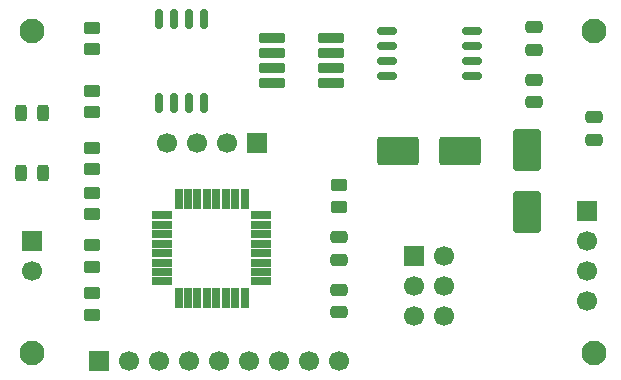
<source format=gts>
%TF.GenerationSoftware,KiCad,Pcbnew,9.0.2*%
%TF.CreationDate,2025-08-31T01:54:14-04:00*%
%TF.ProjectId,MCU_Datalogger,4d43555f-4461-4746-916c-6f676765722e,1*%
%TF.SameCoordinates,Original*%
%TF.FileFunction,Soldermask,Top*%
%TF.FilePolarity,Negative*%
%FSLAX46Y46*%
G04 Gerber Fmt 4.6, Leading zero omitted, Abs format (unit mm)*
G04 Created by KiCad (PCBNEW 9.0.2) date 2025-08-31 01:54:14*
%MOMM*%
%LPD*%
G01*
G04 APERTURE LIST*
G04 Aperture macros list*
%AMRoundRect*
0 Rectangle with rounded corners*
0 $1 Rounding radius*
0 $2 $3 $4 $5 $6 $7 $8 $9 X,Y pos of 4 corners*
0 Add a 4 corners polygon primitive as box body*
4,1,4,$2,$3,$4,$5,$6,$7,$8,$9,$2,$3,0*
0 Add four circle primitives for the rounded corners*
1,1,$1+$1,$2,$3*
1,1,$1+$1,$4,$5*
1,1,$1+$1,$6,$7*
1,1,$1+$1,$8,$9*
0 Add four rect primitives between the rounded corners*
20,1,$1+$1,$2,$3,$4,$5,0*
20,1,$1+$1,$4,$5,$6,$7,0*
20,1,$1+$1,$6,$7,$8,$9,0*
20,1,$1+$1,$8,$9,$2,$3,0*%
G04 Aperture macros list end*
%ADD10C,1.700000*%
%ADD11R,1.700000X1.700000*%
%ADD12RoundRect,0.250000X0.475000X-0.250000X0.475000X0.250000X-0.475000X0.250000X-0.475000X-0.250000X0*%
%ADD13C,2.100000*%
%ADD14RoundRect,0.250000X-0.475000X0.250000X-0.475000X-0.250000X0.475000X-0.250000X0.475000X0.250000X0*%
%ADD15RoundRect,0.243750X0.243750X0.456250X-0.243750X0.456250X-0.243750X-0.456250X0.243750X-0.456250X0*%
%ADD16RoundRect,0.250001X0.949999X-1.499999X0.949999X1.499999X-0.949999X1.499999X-0.949999X-1.499999X0*%
%ADD17RoundRect,0.250001X1.499999X0.949999X-1.499999X0.949999X-1.499999X-0.949999X1.499999X-0.949999X0*%
%ADD18RoundRect,0.094250X-0.282750X-0.742750X0.282750X-0.742750X0.282750X0.742750X-0.282750X0.742750X0*%
%ADD19RoundRect,0.094250X-0.742750X-0.282750X0.742750X-0.282750X0.742750X0.282750X-0.742750X0.282750X0*%
%ADD20RoundRect,0.162500X0.162500X-0.650000X0.162500X0.650000X-0.162500X0.650000X-0.162500X-0.650000X0*%
%ADD21RoundRect,0.250000X-0.450000X0.262500X-0.450000X-0.262500X0.450000X-0.262500X0.450000X0.262500X0*%
%ADD22RoundRect,0.250000X0.450000X-0.262500X0.450000X0.262500X-0.450000X0.262500X-0.450000X-0.262500X0*%
%ADD23RoundRect,0.243750X-0.243750X-0.456250X0.243750X-0.456250X0.243750X0.456250X-0.243750X0.456250X0*%
%ADD24RoundRect,0.162500X0.650000X0.162500X-0.650000X0.162500X-0.650000X-0.162500X0.650000X-0.162500X0*%
%ADD25RoundRect,0.099250X0.987750X0.297750X-0.987750X0.297750X-0.987750X-0.297750X0.987750X-0.297750X0*%
G04 APERTURE END LIST*
D10*
%TO.C,J2*%
X105410000Y-116840000D03*
X107950000Y-116840000D03*
X110490000Y-116840000D03*
D11*
X113030000Y-116840000D03*
%TD*%
D12*
%TO.C,C2*%
X141605000Y-114620000D03*
X141605000Y-116520000D03*
%TD*%
D13*
%TO.C,H2*%
X93980000Y-134620000D03*
%TD*%
D14*
%TO.C,C5*%
X120015000Y-131125000D03*
X120015000Y-129225000D03*
%TD*%
D15*
%TO.C,D2*%
X93042500Y-119380000D03*
X94917500Y-119380000D03*
%TD*%
D13*
%TO.C,H1*%
X93980000Y-107315000D03*
%TD*%
%TO.C,H4*%
X141605000Y-134620000D03*
%TD*%
%TO.C,H3*%
X141605000Y-107315000D03*
%TD*%
D10*
%TO.C,J1*%
X140970000Y-130175000D03*
X140970000Y-127635000D03*
X140970000Y-125095000D03*
D11*
X140970000Y-122555000D03*
%TD*%
D10*
%TO.C,J4*%
X128900000Y-131445000D03*
X126360000Y-131445000D03*
X128900000Y-128905000D03*
X126360000Y-128905000D03*
X128900000Y-126365000D03*
D11*
X126360000Y-126365000D03*
%TD*%
D10*
%TO.C,J3*%
X120015000Y-135255000D03*
X117475000Y-135255000D03*
X114935000Y-135255000D03*
X112395000Y-135255000D03*
X109855000Y-135255000D03*
X107315000Y-135255000D03*
X104775000Y-135255000D03*
X102235000Y-135255000D03*
D11*
X99695000Y-135255000D03*
%TD*%
D16*
%TO.C,Y2*%
X135890000Y-122615000D03*
X135890000Y-117415000D03*
%TD*%
D17*
%TO.C,Y1*%
X130235000Y-117475000D03*
X125035000Y-117475000D03*
%TD*%
D18*
%TO.C,U4*%
X106420000Y-129900000D03*
X107220000Y-129900000D03*
X108020000Y-129900000D03*
X108820000Y-129900000D03*
X109620000Y-129900000D03*
X110420000Y-129900000D03*
X111220000Y-129900000D03*
X112020000Y-129900000D03*
X112020000Y-121560000D03*
X111220000Y-121560000D03*
X110420000Y-121560000D03*
X109620000Y-121560000D03*
X108820000Y-121560000D03*
X108020000Y-121560000D03*
X107220000Y-121560000D03*
X106420000Y-121560000D03*
D19*
X105050000Y-122930000D03*
X105050000Y-123730000D03*
X105050000Y-124530000D03*
X105050000Y-125330000D03*
X105050000Y-126130000D03*
X105050000Y-126930000D03*
X105050000Y-127730000D03*
X105050000Y-128530000D03*
X113390000Y-128530000D03*
X113390000Y-127730000D03*
X113390000Y-126930000D03*
X113390000Y-126130000D03*
X113390000Y-125330000D03*
X113390000Y-124530000D03*
X113390000Y-123730000D03*
X113390000Y-122930000D03*
%TD*%
D20*
%TO.C,U2*%
X104775000Y-113442500D03*
X106045000Y-113442500D03*
X107315000Y-113442500D03*
X108585000Y-113442500D03*
X108585000Y-106267500D03*
X107315000Y-106267500D03*
X106045000Y-106267500D03*
X104775000Y-106267500D03*
%TD*%
D21*
%TO.C,R7*%
X99060000Y-129540000D03*
X99060000Y-131365000D03*
%TD*%
%TO.C,R6*%
X120015000Y-120372500D03*
X120015000Y-122197500D03*
%TD*%
D22*
%TO.C,R5*%
X99060000Y-127277500D03*
X99060000Y-125452500D03*
%TD*%
D21*
%TO.C,R4*%
X99060000Y-121007500D03*
X99060000Y-122832500D03*
%TD*%
D22*
%TO.C,R3*%
X99060000Y-119022500D03*
X99060000Y-117197500D03*
%TD*%
D21*
%TO.C,R2*%
X99060000Y-112395000D03*
X99060000Y-114220000D03*
%TD*%
D22*
%TO.C,R1*%
X99060000Y-108862500D03*
X99060000Y-107037500D03*
%TD*%
D23*
%TO.C,D1*%
X93042500Y-114300000D03*
X94917500Y-114300000D03*
%TD*%
D14*
%TO.C,C4*%
X120015000Y-124780000D03*
X120015000Y-126680000D03*
%TD*%
%TO.C,C3*%
X136525000Y-107000000D03*
X136525000Y-108900000D03*
%TD*%
D12*
%TO.C,C1*%
X136525000Y-113345000D03*
X136525000Y-111445000D03*
%TD*%
D11*
%TO.C,BT1*%
X93980000Y-125095000D03*
D10*
X93980000Y-127635000D03*
%TD*%
D24*
%TO.C,U1*%
X131222500Y-111125000D03*
X131222500Y-109855000D03*
X131222500Y-108585000D03*
X131222500Y-107315000D03*
X124047500Y-107315000D03*
X124047500Y-108585000D03*
X124047500Y-109855000D03*
X124047500Y-111125000D03*
%TD*%
D25*
%TO.C,U3*%
X119315000Y-111760000D03*
X119315000Y-110490000D03*
X119315000Y-109220000D03*
X119315000Y-107950000D03*
X114365000Y-107950000D03*
X114365000Y-109220000D03*
X114365000Y-110490000D03*
X114365000Y-111760000D03*
%TD*%
M02*

</source>
